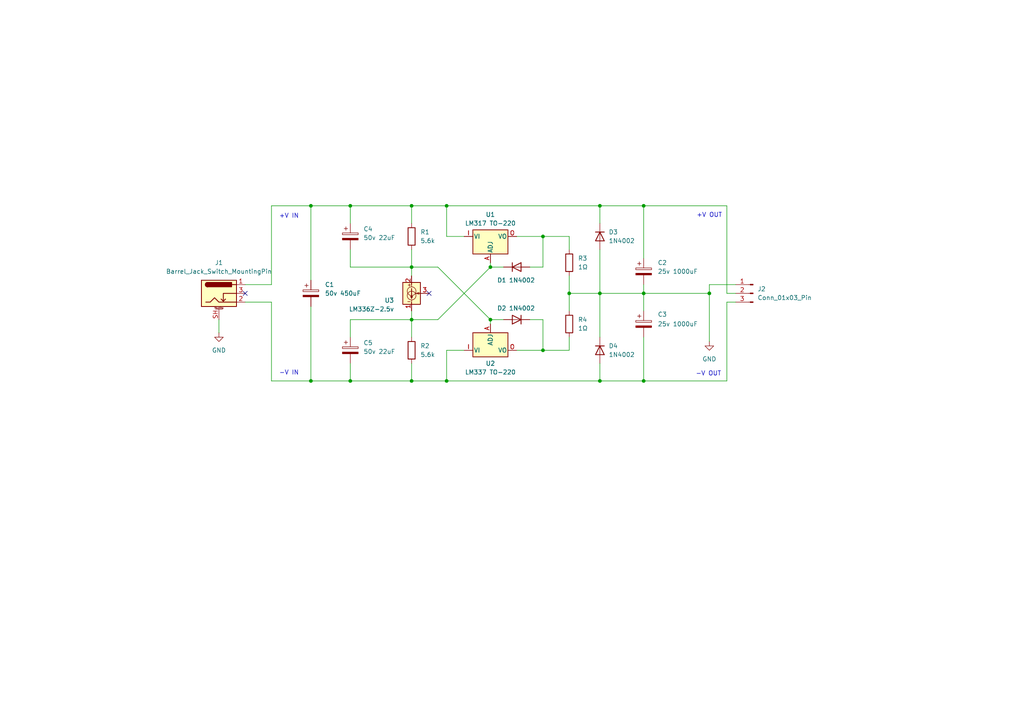
<source format=kicad_sch>
(kicad_sch (version 20250114) (generator "eeschema") (generator_version "9.0")
  (paper "A4")
  (lib_symbols
    (symbol "Connector:Conn_01x03_Pin" (pin_names (offset 1.016) (hide yes))
      (property "Reference" "J" (at 0 5.08 0))
      (property "Value" "Conn_01x03_Pin" (at 0 -5.08 0))
      (symbol "Conn_01x03_Pin_1_1"
        (rectangle (start 0.8636 2.667) (end 0 2.413) (stroke (width 0.1524)) (fill (type outline)))
        (rectangle (start 0.8636 0.127) (end 0 -0.127) (stroke (width 0.1524)) (fill (type outline)))
        (rectangle (start 0.8636 -2.413) (end 0 -2.667) (stroke (width 0.1524)) (fill (type outline)))
        (polyline (pts (xy 1.27 2.54) (xy 0.8636 2.54)) (stroke (width 0.1524)))
        (polyline (pts (xy 1.27 0) (xy 0.8636 0)) (stroke (width 0.1524)))
        (polyline (pts (xy 1.27 -2.54) (xy 0.8636 -2.54)) (stroke (width 0.1524)))
        (pin passive line (at 5.08 2.54 180) (length 3.81) (name "Pin_1") (number "1"))
        (pin passive line (at 5.08 0 180) (length 3.81) (name "Pin_2") (number "2"))
        (pin passive line (at 5.08 -2.54 180) (length 3.81) (name "Pin_3") (number "3"))
      )
    )
    (symbol "Device:C_Polarized" (pin_numbers (hide yes)) (pin_names (offset 0.254))
      (property "Reference" "C" (at 0.635 2.54 0))
      (property "Value" "C_Polarized" (at 0.635 -2.54 0))
      (symbol "C_Polarized_0_1"
        (rectangle (start -2.286 0.508) (end 2.286 1.016))
        (polyline (pts (xy -1.778 2.286) (xy -0.762 2.286)))
        (polyline (pts (xy -1.27 2.794) (xy -1.27 1.778)))
        (rectangle (start 2.286 -0.508) (end -2.286 -1.016) (fill (type outline)))
      )
      (symbol "C_Polarized_1_1"
        (pin passive line (at 0 3.81 270) (length 2.794) (name "~") (number "1"))
        (pin passive line (at 0 -3.81 90) (length 2.794) (name "~") (number "2"))
      )
    )
    (symbol "Device:D" (pin_numbers (hide yes)) (pin_names (offset 1.016) (hide yes))
      (property "Reference" "D" (at 0 2.54 0))
      (property "Value" "D" (at 0 -2.54 0))
      (symbol "D_0_1"
        (polyline (pts (xy -1.27 1.27) (xy -1.27 -1.27)) (stroke (width 0.254)))
        (polyline (pts (xy 1.27 1.27) (xy 1.27 -1.27) (xy -1.27 0) (xy 1.27 1.27)) (stroke (width 0.254)))
        (polyline (pts (xy 1.27 0) (xy -1.27 0)))
      )
      (symbol "D_1_1"
        (pin passive line (at -3.81 0 0) (length 2.54) (name "K") (number "1"))
        (pin passive line (at 3.81 0 180) (length 2.54) (name "A") (number "2"))
      )
    )
    (symbol "HackSynth:Barrel_Jack_Switch_MountingPin" (pin_names (hide yes))
      (property "Reference" "J" (at 0 5.334 0))
      (property "Value" "Barrel_Jack_Switch_MountingPin" (at 1.27 -6.35 0))
      (symbol "Barrel_Jack_Switch_MountingPin_0_1"
        (rectangle (start -5.08 3.81) (end 5.08 -3.81) (stroke (width 0.254)) (fill (type background)))
        (polyline (pts (xy -3.81 -2.54) (xy -2.54 -2.54) (xy -1.27 -1.27) (xy 0 -2.54) (xy 2.54 -2.54) (xy 5.08 -2.54)) (stroke (width 0.254)))
        (arc (start -3.302 1.905) (mid -3.9343 2.54) (end -3.302 3.175) (stroke (width 0.254)))
        (arc (start -3.302 1.905) (mid -3.9343 2.54) (end -3.302 3.175) (stroke (width 0.254)) (fill (type outline)))
        (polyline (pts (xy 1.27 -2.286) (xy 1.905 -1.651)) (stroke (width 0.254)))
        (rectangle (start 3.683 3.175) (end -3.302 1.905) (stroke (width 0.254)) (fill (type outline)))
        (polyline (pts (xy 5.08 2.54) (xy 3.81 2.54)) (stroke (width 0.254)))
        (polyline (pts (xy 5.08 0) (xy 1.27 0) (xy 1.27 -2.286) (xy 0.635 -1.651)) (stroke (width 0.254)))
      )
      (symbol "Barrel_Jack_Switch_MountingPin_1_1"
        (polyline (pts (xy -1.016 -4.572) (xy 1.016 -4.572)) (stroke (width 0.1524)))
        (text "Mounting" (at 0 -4.191 0) (effects (font (size 0.381 0.381))))
        (pin passive line (at 0 -7.62 90) (length 3.048) (name "MountPin") (number "SH"))
        (pin passive line (at 7.62 2.54 180) (length 2.54) (name "~") (number "1"))
        (pin passive line (at 7.62 0 180) (length 2.54) (name "~") (number "3"))
        (pin passive line (at 7.62 -2.54 180) (length 2.54) (name "~") (number "2"))
      )
    )
    (symbol "HackSynth:LM317 TO-220" (pin_names (offset 0.254))
      (property "Reference" "U1" (at -5.08 4.826 0))
      (property "Value" "LM317 TO-220" (at -1.27 4.826 0))
      (symbol "LM317 TO-220_0_1"
        (rectangle (start -5.08 1.905) (end 5.08 -5.08) (stroke (width 0.254)) (fill (type background)))
      )
      (symbol "LM317 TO-220_1_1"
        (pin power_in line (at -7.62 0 0) (length 2.54) (name "VI") (number "I"))
        (pin input line (at 0 -7.62 90) (length 2.54) (name "ADJ") (number "A"))
        (pin power_out line (at 7.62 0 180) (length 2.54) (name "VO") (number "O"))
      )
    )
    (symbol "HackSynth:LM336Z"
      (property "Reference" "U3" (at -3.81 1.2701 0))
      (property "Value" "LM336Z-2.5v" (at -3.81 -1.2699 0))
      (symbol "LM336Z_0_1"
        (rectangle (start -2.54 3.175) (end 2.54 -3.175) (stroke (width 0.254)) (fill (type background)))
        (polyline (pts (xy -1.143 -2.413) (xy -0.381 -2.413)))
        (polyline (pts (xy -1.016 2.413) (xy -0.254 2.413)))
        (polyline (pts (xy -0.635 2.794) (xy -0.635 2.032)))
        (polyline (pts (xy 0 5.08) (xy 0 1.905)))
        (polyline (pts (xy 0 1.397) (xy 0 -1.397)) (stroke (width 0.254)))
        (circle (center 0 0.635) (radius 1.27))
        (circle (center 0 -0.635) (radius 1.27))
        (polyline (pts (xy 0 -1.397) (xy -0.254 -0.889) (xy 0.254 -0.889) (xy 0 -1.397)) (stroke (width 0.254)))
        (polyline (pts (xy 0 -1.905) (xy 0 -5.08)))
        (polyline (pts (xy 1.27 0) (xy 2.159 0.254) (xy 2.159 -0.254) (xy 1.27 0)))
        (polyline (pts (xy 2.54 0) (xy 1.27 0)))
      )
      (symbol "LM336Z_1_1"
        (pin passive line (at 0 5.08 270) (length 2.54) (name "~") (number "2"))
        (pin passive line (at 0 -5.08 90) (length 2.54) (name "~") (number "1"))
        (pin passive line (at 5.08 0 180) (length 2.54) (name "~") (number "3"))
      )
    )
    (symbol "HackSynth:LM337 TO-220" (pin_names (offset 0.254))
      (property "Reference" "U2" (at -3.048 -4.826 0))
      (property "Value" "LM337 TO-220" (at 12.7001 -4.826 0))
      (symbol "LM337 TO-220_0_1"
        (rectangle (start -5.08 5.08) (end 5.08 -1.905) (stroke (width 0.254)) (fill (type background)))
      )
      (symbol "LM337 TO-220_1_1"
        (pin power_in line (at -7.62 0 0) (length 2.54) (name "VI") (number "I"))
        (pin input line (at 0 7.62 270) (length 2.54) (name "ADJ") (number "A"))
        (pin power_out line (at 7.62 0 180) (length 2.54) (name "VO") (number "O"))
      )
    )
    (symbol "HackSynth:R" (pin_numbers (hide yes)) (pin_names (offset 0))
      (property "Reference" "R" (at 2.032 0 90))
      (property "Value" "R" (at 0 0 90))
      (symbol "R_0_1"
        (rectangle (start -1.016 -2.54) (end 1.016 2.54) (stroke (width 0.254)))
      )
      (symbol "R_1_1"
        (pin passive line (at 0 3.81 270) (length 1.27) (name "~") (number "1"))
        (pin passive line (at 0 -3.81 90) (length 1.27) (name "~") (number "2"))
      )
    )
    (symbol "power:GND" (power) (pin_numbers (hide yes)) (pin_names (offset 0) (hide yes))
      (property "Value" "GND" (at 0 -3.81 0))
      (symbol "GND_0_1"
        (polyline (pts (xy 0 0) (xy 0 -1.27) (xy 1.27 -1.27) (xy 0 -2.54) (xy -1.27 -1.27) (xy 0 -1.27)))
      )
      (symbol "GND_1_1"
        (pin power_in line (at 0 0 270) (length 0) (name "~") (number "1"))
      )
    )
  )
  (text "-V OUT\n" (at 205.486 108.458 0) (effects (font (size 1.27 1.27))))
  (text "+V OUT\n" (at 205.74 62.484 0) (effects (font (size 1.27 1.27))))
  (text "-V IN\n" (at 83.82 108.204 0) (effects (font (size 1.27 1.27))))
  (text "+V IN\n" (at 83.82 62.738 0) (effects (font (size 1.27 1.27))))
  (junction (at 173.99 59.69))
  (junction (at 119.38 77.47))
  (junction (at 186.69 59.69))
  (junction (at 173.99 85.09))
  (junction (at 142.24 77.47))
  (junction (at 129.54 110.49))
  (junction (at 119.38 59.69))
  (junction (at 129.54 59.69))
  (junction (at 90.17 110.49))
  (junction (at 157.48 68.58))
  (junction (at 186.69 85.09))
  (junction (at 205.74 85.09))
  (junction (at 186.69 110.49))
  (junction (at 101.6 59.69))
  (junction (at 119.38 92.71))
  (junction (at 157.48 101.6))
  (junction (at 165.1 85.09))
  (junction (at 142.24 92.71))
  (junction (at 90.17 59.69))
  (junction (at 119.38 110.49))
  (junction (at 101.6 110.49))
  (junction (at 173.99 110.49))
  (no_connect (at 124.46 85.09))
  (no_connect (at 71.12 85.09))
  (wire (pts (xy 129.54 68.58) (xy 129.54 59.69)))
  (wire (pts (xy 205.74 85.09) (xy 205.74 99.06)))
  (wire (pts (xy 142.24 77.47) (xy 127 92.71)))
  (wire (pts (xy 101.6 110.49) (xy 119.38 110.49)))
  (wire (pts (xy 101.6 92.71) (xy 101.6 97.79)))
  (wire (pts (xy 142.24 77.47) (xy 146.05 77.47)))
  (wire (pts (xy 119.38 72.39) (xy 119.38 77.47)))
  (wire (pts (xy 165.1 85.09) (xy 173.99 85.09)))
  (wire (pts (xy 173.99 85.09) (xy 186.69 85.09)))
  (wire (pts (xy 142.24 76.2) (xy 142.24 77.47)))
  (wire (pts (xy 90.17 59.69) (xy 101.6 59.69)))
  (wire (pts (xy 119.38 110.49) (xy 129.54 110.49)))
  (wire (pts (xy 186.69 97.79) (xy 186.69 110.49)))
  (wire (pts (xy 173.99 105.41) (xy 173.99 110.49)))
  (wire (pts (xy 78.74 82.55) (xy 71.12 82.55)))
  (wire (pts (xy 101.6 77.47) (xy 101.6 72.39)))
  (wire (pts (xy 213.36 87.63) (xy 210.82 87.63)))
  (wire (pts (xy 146.05 92.71) (xy 142.24 92.71)))
  (wire (pts (xy 186.69 85.09) (xy 205.74 85.09)))
  (wire (pts (xy 157.48 101.6) (xy 165.1 101.6)))
  (wire (pts (xy 134.62 68.58) (xy 129.54 68.58)))
  (wire (pts (xy 119.38 92.71) (xy 119.38 97.79)))
  (wire (pts (xy 119.38 105.41) (xy 119.38 110.49)))
  (wire (pts (xy 165.1 101.6) (xy 165.1 97.79)))
  (wire (pts (xy 173.99 110.49) (xy 186.69 110.49)))
  (wire (pts (xy 101.6 105.41) (xy 101.6 110.49)))
  (wire (pts (xy 149.86 101.6) (xy 157.48 101.6)))
  (wire (pts (xy 157.48 77.47) (xy 153.67 77.47)))
  (wire (pts (xy 149.86 68.58) (xy 157.48 68.58)))
  (wire (pts (xy 127 77.47) (xy 142.24 92.71)))
  (wire (pts (xy 173.99 72.39) (xy 173.99 85.09)))
  (wire (pts (xy 165.1 85.09) (xy 165.1 90.17)))
  (wire (pts (xy 90.17 59.69) (xy 90.17 81.28)))
  (wire (pts (xy 129.54 110.49) (xy 173.99 110.49)))
  (wire (pts (xy 101.6 59.69) (xy 101.6 64.77)))
  (wire (pts (xy 186.69 85.09) (xy 186.69 90.17)))
  (wire (pts (xy 173.99 59.69) (xy 186.69 59.69)))
  (wire (pts (xy 173.99 85.09) (xy 173.99 97.79)))
  (wire (pts (xy 205.74 85.09) (xy 205.74 82.55)))
  (wire (pts (xy 157.48 68.58) (xy 165.1 68.58)))
  (wire (pts (xy 101.6 77.47) (xy 119.38 77.47)))
  (wire (pts (xy 78.74 59.69) (xy 78.74 82.55)))
  (wire (pts (xy 119.38 90.17) (xy 119.38 92.71)))
  (wire (pts (xy 129.54 101.6) (xy 134.62 101.6)))
  (wire (pts (xy 205.74 82.55) (xy 213.36 82.55)))
  (wire (pts (xy 165.1 68.58) (xy 165.1 72.39)))
  (wire (pts (xy 71.12 87.63) (xy 78.74 87.63)))
  (wire (pts (xy 101.6 59.69) (xy 119.38 59.69)))
  (wire (pts (xy 173.99 59.69) (xy 173.99 64.77)))
  (wire (pts (xy 210.82 85.09) (xy 213.36 85.09)))
  (wire (pts (xy 119.38 59.69) (xy 119.38 64.77)))
  (wire (pts (xy 129.54 59.69) (xy 173.99 59.69)))
  (wire (pts (xy 101.6 92.71) (xy 119.38 92.71)))
  (wire (pts (xy 90.17 110.49) (xy 101.6 110.49)))
  (wire (pts (xy 210.82 87.63) (xy 210.82 110.49)))
  (wire (pts (xy 186.69 74.93) (xy 186.69 59.69)))
  (wire (pts (xy 119.38 77.47) (xy 119.38 80.01)))
  (wire (pts (xy 129.54 101.6) (xy 129.54 110.49)))
  (wire (pts (xy 90.17 88.9) (xy 90.17 110.49)))
  (wire (pts (xy 186.69 82.55) (xy 186.69 85.09)))
  (wire (pts (xy 210.82 59.69) (xy 210.82 85.09)))
  (wire (pts (xy 119.38 59.69) (xy 129.54 59.69)))
  (wire (pts (xy 90.17 110.49) (xy 78.74 110.49)))
  (wire (pts (xy 157.48 101.6) (xy 157.48 92.71)))
  (wire (pts (xy 90.17 59.69) (xy 78.74 59.69)))
  (wire (pts (xy 165.1 80.01) (xy 165.1 85.09)))
  (wire (pts (xy 157.48 92.71) (xy 153.67 92.71)))
  (wire (pts (xy 186.69 59.69) (xy 210.82 59.69)))
  (wire (pts (xy 78.74 87.63) (xy 78.74 110.49)))
  (wire (pts (xy 186.69 110.49) (xy 210.82 110.49)))
  (wire (pts (xy 119.38 92.71) (xy 127 92.71)))
  (wire (pts (xy 142.24 92.71) (xy 142.24 93.98)))
  (wire (pts (xy 63.5 96.52) (xy 63.5 92.71)))
  (wire (pts (xy 157.48 68.58) (xy 157.48 77.47)))
  (wire (pts (xy 119.38 77.47) (xy 127 77.47)))
  (symbol (lib_id "HackSynth:R") (at 165.1 76.2 180) (unit 1)
    (property "Reference" "R3" (at 167.64 74.9299 0) (effects (justify right)))
    (property "Value" "1Ω" (at 167.64 77.4699 0) (effects (justify right)))
    (property "Footprint" "Resistor_THT:R_Axial_DIN0207_L6.3mm_D2.5mm_P7.62mm_Horizontal" (effects (hide yes)))
    (property "Description" "Resistor" (effects (hide yes)))
  )
  (symbol (lib_id "Device:C_Polarized") (at 186.69 93.98 0) (unit 1)
    (property "Reference" "C3" (at 190.754 91.186 0) (effects (justify left)))
    (property "Value" "25v 1000uF" (at 190.754 93.98 0) (effects (justify left)))
    (property "Footprint" "HackSynth:CP_Radial_D10.0mm_P5.00mm_MidMount" (effects (hide yes)))
    (property "Description" "Polarized capacitor" (effects (hide yes)))
  )
  (symbol (lib_id "HackSynth:R") (at 119.38 68.58 180) (unit 1)
    (property "Reference" "R1" (at 121.92 67.3099 0) (effects (justify right)))
    (property "Value" "5.6k" (at 121.92 69.8499 0) (effects (justify right)))
    (property "Footprint" "Resistor_THT:R_Axial_DIN0207_L6.3mm_D2.5mm_P7.62mm_Horizontal" (effects (hide yes)))
    (property "Description" "Resistor" (effects (hide yes)))
  )
  (symbol (lib_id "HackSynth:R") (at 165.1 93.98 180) (unit 1)
    (property "Reference" "R4" (at 167.64 92.7099 0) (effects (justify right)))
    (property "Value" "1Ω" (at 167.64 95.2499 0) (effects (justify right)))
    (property "Footprint" "Resistor_THT:R_Axial_DIN0207_L6.3mm_D2.5mm_P7.62mm_Horizontal" (effects (hide yes)))
    (property "Description" "Resistor" (effects (hide yes)))
  )
  (symbol (lib_id "HackSynth:LM317 TO-220") (at 142.24 68.58 0) (unit 1)
    (property "Reference" "U1" (at 142.24 62.23 0))
    (property "Value" "LM317 TO-220" (at 142.24 64.77 0))
    (property "Footprint" "HackSynth:LM317 - TO-220-3_Horizontal_TabDown" (effects (hide yes)))
    (property "Datasheet" "http://www.ti.com/lit/ds/symlink/lm317l.pdf" (effects (hide yes)))
    (property "Description" "100mA 35V Adjustable Linear Regulator, SOT-89" (effects (hide yes)))
  )
  (symbol (lib_id "Device:D") (at 173.99 101.6 270) (unit 1)
    (property "Reference" "D4" (at 176.53 100.3299 90) (effects (justify left)))
    (property "Value" "1N4002" (at 176.53 102.8699 90) (effects (justify left)))
    (property "Footprint" "Diode_THT:D_A-405_P7.62mm_Horizontal" (effects (hide yes)))
    (property "Description" "Diode" (effects (hide yes)))
    (property "Sim.Device" "D" (effects (hide yes)))
    (property "Sim.Pins" "1=K 2=A" (effects (hide yes)))
  )
  (symbol (lib_id "HackSynth:Barrel_Jack_Switch_MountingPin") (at 63.5 85.09 0) (unit 1)
    (property "Reference" "J1" (at 63.5 76.2 0))
    (property "Value" "Barrel_Jack_Switch_MountingPin" (at 63.5 78.74 0))
    (property "Footprint" "HackSynth:BarrelJack_DC044A" (effects (hide yes)))
    (property "Description" "DC Barrel Jack with an internal switch and a mounting pin" (effects (hide yes)))
  )
  (symbol (lib_id "Device:C_Polarized") (at 90.17 85.09 0) (unit 1)
    (property "Reference" "C1" (at 94.234 82.55 0) (effects (justify left)))
    (property "Value" "50v 450uF" (at 94.234 85.09 0) (effects (justify left)))
    (property "Footprint" "HackSynth:CP_Radial_D10.0mm_P5.00mm_MidMount" (effects (hide yes)))
    (property "Description" "Polarized capacitor" (effects (hide yes)))
  )
  (symbol (lib_id "Device:C_Polarized") (at 101.6 68.58 0) (unit 1)
    (property "Reference" "C4" (at 105.41 66.4209 0) (effects (justify left)))
    (property "Value" "50v 22uF" (at 105.41 68.9609 0) (effects (justify left)))
    (property "Footprint" "Capacitor_THT:CP_Radial_D5.0mm_P2.50mm" (effects (hide yes)))
    (property "Description" "Polarized capacitor" (effects (hide yes)))
  )
  (symbol (lib_id "Device:D") (at 149.86 77.47 0) (unit 1)
    (property "Reference" "D1" (at 145.542 81.28 0))
    (property "Value" "1N4002" (at 151.384 81.28 0))
    (property "Footprint" "Diode_THT:D_A-405_P7.62mm_Horizontal" (effects (hide yes)))
    (property "Description" "Diode" (effects (hide yes)))
    (property "Sim.Device" "D" (effects (hide yes)))
    (property "Sim.Pins" "1=K 2=A" (effects (hide yes)))
  )
  (symbol (lib_id "power:GND") (at 205.74 99.06 0) (unit 1)
    (property "Reference" "#PWR01" (effects (hide yes)))
    (property "Value" "GND" (at 205.74 104.14 0))
    (property "Description" "Power symbol creates a global label with name \"GND\" , ground" (effects (hide yes)))
  )
  (symbol (lib_id "Device:D") (at 149.86 92.71 180) (unit 1)
    (property "Reference" "D2" (at 145.542 89.408 0))
    (property "Value" "1N4002" (at 151.384 89.408 0))
    (property "Footprint" "Diode_THT:D_A-405_P7.62mm_Horizontal" (effects (hide yes)))
    (property "Description" "Diode" (effects (hide yes)))
    (property "Sim.Device" "D" (effects (hide yes)))
    (property "Sim.Pins" "1=K 2=A" (effects (hide yes)))
  )
  (symbol (lib_id "Connector:Conn_01x03_Pin") (at 218.44 85.09 0) (mirror y) (unit 1)
    (property "Reference" "J2" (at 219.71 83.8199 0) (effects (justify right)))
    (property "Value" "Conn_01x03_Pin" (at 219.71 86.3599 0) (effects (justify right)))
    (property "Footprint" "HackSynth:JST_PH_S3B-PH-K_1x03_P2.00mm_Horizontal" (effects (hide yes)))
    (property "Description" "Generic connector, single row, 01x03, script generated" (effects (hide yes)))
  )
  (symbol (lib_id "power:GND") (at 63.5 96.52 0) (unit 1)
    (property "Reference" "#PWR02" (effects (hide yes)))
    (property "Value" "GND" (at 63.5 101.6 0))
    (property "Description" "Power symbol creates a global label with name \"GND\" , ground" (effects (hide yes)))
  )
  (symbol (lib_id "Device:C_Polarized") (at 186.69 78.74 0) (unit 1)
    (property "Reference" "C2" (at 190.754 76.2 0) (effects (justify left)))
    (property "Value" "25v 1000uF" (at 190.754 78.74 0) (effects (justify left)))
    (property "Footprint" "HackSynth:CP_Radial_D10.0mm_P5.00mm_MidMount" (effects (hide yes)))
    (property "Description" "Polarized capacitor" (effects (hide yes)))
  )
  (symbol (lib_id "HackSynth:LM336Z") (at 119.38 85.09 0) (unit 1)
    (property "Reference" "U3" (at 114.3 87.122 0) (effects (justify right)))
    (property "Value" "LM336Z-2.5v" (at 114.3 89.662 0) (effects (justify right)))
    (property "Footprint" "HackSynth:TO-92_Inline - Handsolder" (effects (hide yes)))
  )
  (symbol (lib_id "HackSynth:R") (at 119.38 101.6 180) (unit 1)
    (property "Reference" "R2" (at 121.92 100.3299 0) (effects (justify right)))
    (property "Value" "5.6k" (at 121.92 102.8699 0) (effects (justify right)))
    (property "Footprint" "Resistor_THT:R_Axial_DIN0207_L6.3mm_D2.5mm_P7.62mm_Horizontal" (effects (hide yes)))
    (property "Description" "Resistor" (effects (hide yes)))
  )
  (symbol (lib_id "Device:D") (at 173.99 68.58 270) (unit 1)
    (property "Reference" "D3" (at 176.53 67.3099 90) (effects (justify left)))
    (property "Value" "1N4002" (at 176.53 69.8499 90) (effects (justify left)))
    (property "Footprint" "Diode_THT:D_A-405_P7.62mm_Horizontal" (effects (hide yes)))
    (property "Description" "Diode" (effects (hide yes)))
    (property "Sim.Device" "D" (effects (hide yes)))
    (property "Sim.Pins" "1=K 2=A" (effects (hide yes)))
  )
  (symbol (lib_id "Device:C_Polarized") (at 101.6 101.6 0) (unit 1)
    (property "Reference" "C5" (at 105.41 99.4409 0) (effects (justify left)))
    (property "Value" "50v 22uF" (at 105.41 101.9809 0) (effects (justify left)))
    (property "Footprint" "Capacitor_THT:CP_Radial_D5.0mm_P2.50mm" (effects (hide yes)))
    (property "Description" "Polarized capacitor" (effects (hide yes)))
  )
  (symbol (lib_id "HackSynth:LM337 TO-220") (at 142.24 101.6 0) (unit 1)
    (property "Reference" "U2" (at 142.24 105.41 0))
    (property "Value" "LM337 TO-220" (at 142.24 107.95 0))
    (property "Footprint" "HackSynth:LM337 - TO-220-3_Horizontal_TabDown" (effects (hide yes)))
    (property "Datasheet" "http://www.ti.com/lit/ds/symlink/lm337-n.pdf" (effects (hide yes)))
    (property "Description" "Negative 1A 35V Adjustable Linear Regulator, SOT-223" (effects (hide yes)))
  )
)
</source>
